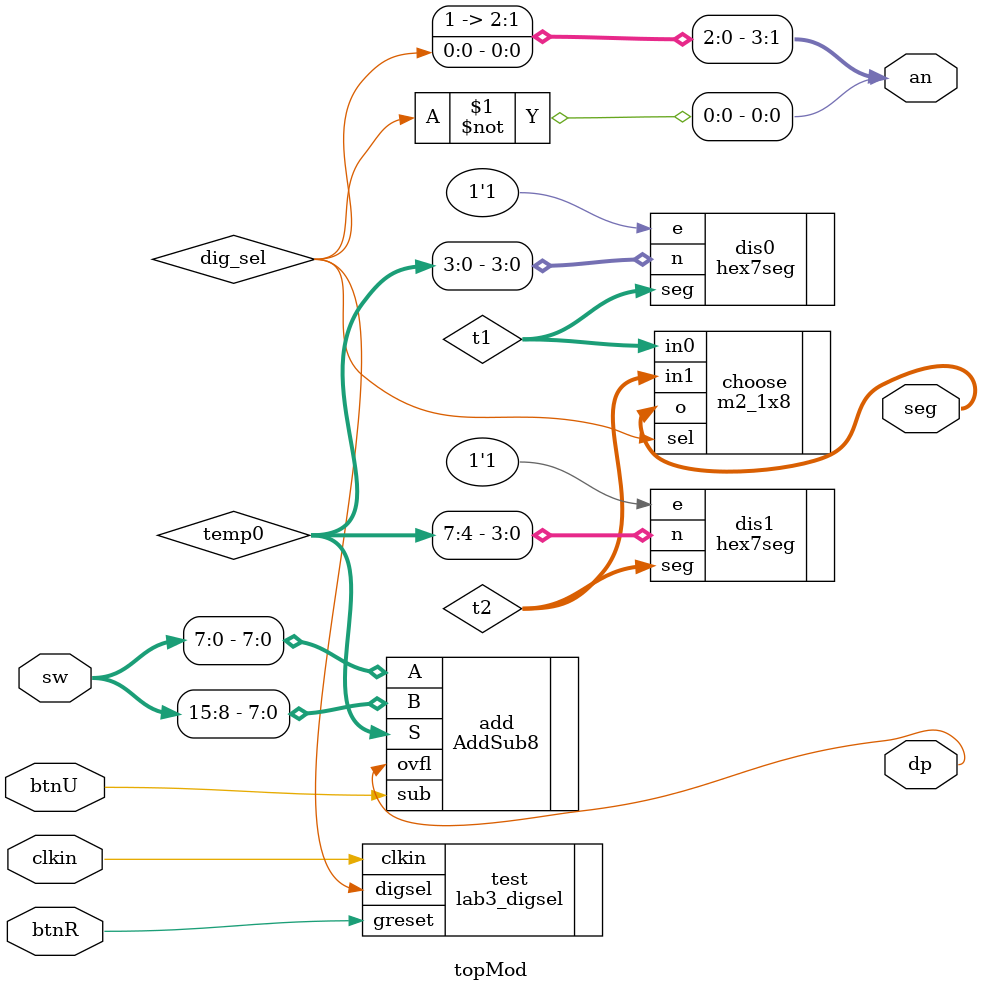
<source format=v>
`timescale 1ns / 1ps


module topMod(
    input [15:0] sw,
    input btnU,
    input btnR,
    input clkin,
    output [6:0] seg,
    output dp,
    output [3:0] an
    );
    wire t0, dig_sel;
    wire [7:0] temp0, t1,t2;
    
    lab3_digsel test(.clkin(clkin) , .greset(btnR), .digsel(dig_sel));
    AddSub8 add( .A(sw[7:0]), .B(sw[15:8]), .sub(btnU), .S(temp0), .ovfl(dp));
    hex7seg dis0( .n(temp0[3:0]) , .e(1'b1), .seg(t1));
    hex7seg dis1( .n(temp0[7:4]) , .e(1'b1), .seg(t2));
    
    m2_1x8 choose( .in0(t1), .in1(t2), .sel(dig_sel), .o(seg));
    
    assign an[0] = ~dig_sel;
    assign an[1] = dig_sel;
    assign an[2] = 1;
    assign an[3] = 1;
    
    
    
    
    
    
endmodule

</source>
